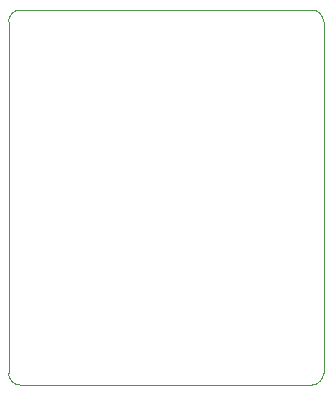
<source format=gbr>
%TF.GenerationSoftware,KiCad,Pcbnew,7.0.6*%
%TF.CreationDate,2024-04-06T15:43:43-04:00*%
%TF.ProjectId,peripheral_io_right_eth,70657269-7068-4657-9261-6c5f696f5f72,rev?*%
%TF.SameCoordinates,Original*%
%TF.FileFunction,Profile,NP*%
%FSLAX46Y46*%
G04 Gerber Fmt 4.6, Leading zero omitted, Abs format (unit mm)*
G04 Created by KiCad (PCBNEW 7.0.6) date 2024-04-06 15:43:43*
%MOMM*%
%LPD*%
G01*
G04 APERTURE LIST*
%TA.AperFunction,Profile*%
%ADD10C,0.100000*%
%TD*%
G04 APERTURE END LIST*
D10*
X123023541Y-109794759D02*
G75*
G03*
X124023468Y-110794759I999959J-41D01*
G01*
X124023468Y-79044768D02*
G75*
G03*
X123023468Y-80044759I32J-1000032D01*
G01*
X149693541Y-80044759D02*
G75*
G03*
X148693468Y-79044759I-1000041J-41D01*
G01*
X148693468Y-110794759D02*
X124023468Y-110794759D01*
X123023468Y-109794759D02*
X123023468Y-80044759D01*
X124023468Y-79044759D02*
X148693468Y-79044759D01*
X148693468Y-110794768D02*
G75*
G03*
X149693468Y-109794759I32J999968D01*
G01*
X149693468Y-80044759D02*
X149693468Y-109794759D01*
M02*

</source>
